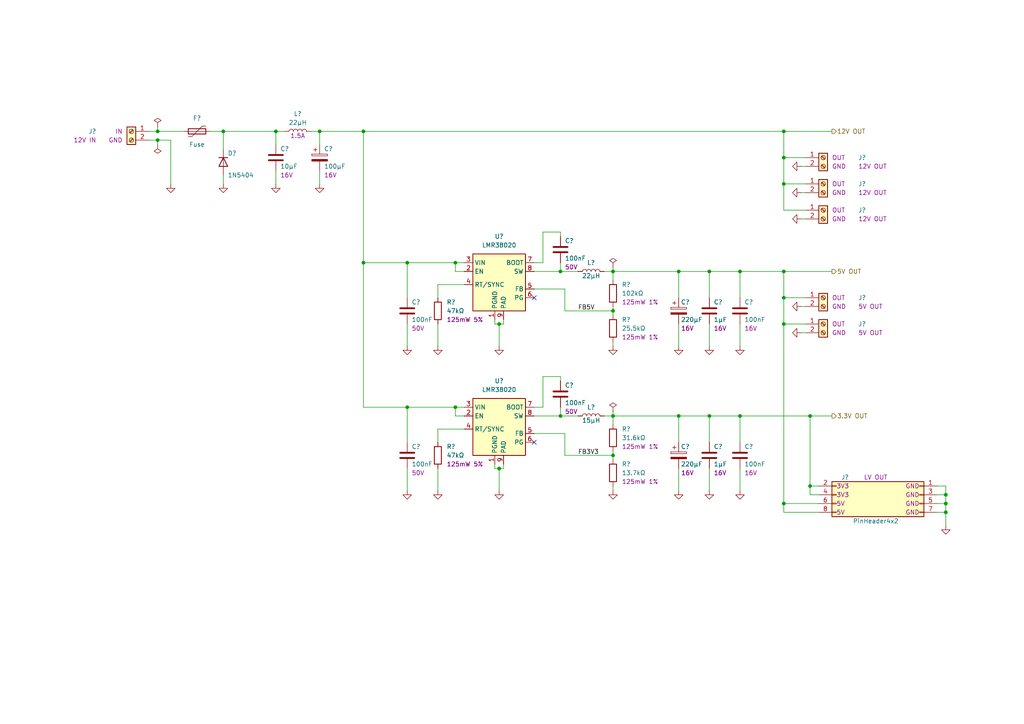
<source format=kicad_sch>
(kicad_sch (version 20230121) (generator eeschema)
  (paper "A4")
  (lib_symbols
    (symbol "Device:C" (pin_numbers hide) (pin_names (offset 0.254))
      (property "Reference" "C" (at 0.635 2.54 0))
      (property "Value" "C" (at 0.635 -2.54 0))
      (symbol "C_0_1"
        (polyline (pts (xy -2.032 -0.762) (xy 2.032 -0.762)) (stroke (width 0.508)))
        (polyline (pts (xy -2.032 0.762) (xy 2.032 0.762)) (stroke (width 0.508)))
      )
      (symbol "C_1_1"
        (pin passive line (at 0 3.81 270) (length 2.794) (name "~") (number "1"))
        (pin passive line (at 0 -3.81 90) (length 2.794) (name "~") (number "2"))
      )
    )
    (symbol "Device:C_Polarized" (pin_numbers hide) (pin_names (offset 0.254))
      (property "Reference" "C" (at 0.635 2.54 0))
      (property "Value" "C_Polarized" (at 0.635 -2.54 0))
      (symbol "C_Polarized_0_1"
        (rectangle (start -2.286 0.508) (end 2.286 1.016))
        (polyline (pts (xy -1.778 2.286) (xy -0.762 2.286)))
        (polyline (pts (xy -1.27 2.794) (xy -1.27 1.778)))
        (rectangle (start 2.286 -0.508) (end -2.286 -1.016) (fill (type outline)))
      )
      (symbol "C_Polarized_1_1"
        (pin passive line (at 0 3.81 270) (length 2.794) (name "~") (number "1"))
        (pin passive line (at 0 -3.81 90) (length 2.794) (name "~") (number "2"))
      )
    )
    (symbol "Device:L" (pin_numbers hide) (pin_names (offset 1.016) hide)
      (property "Reference" "L" (at -1.27 0 90))
      (property "Value" "L" (at 1.905 0 90))
      (symbol "L_0_1"
        (arc (start 0 -2.54) (mid 0.6323 -1.905) (end 0 -1.27))
        (arc (start 0 -1.27) (mid 0.6323 -0.635) (end 0 0))
        (arc (start 0 0) (mid 0.6323 0.635) (end 0 1.27))
        (arc (start 0 1.27) (mid 0.6323 1.905) (end 0 2.54))
      )
      (symbol "L_1_1"
        (pin passive line (at 0 3.81 270) (length 1.27) (name "1") (number "1"))
        (pin passive line (at 0 -3.81 90) (length 1.27) (name "2") (number "2"))
      )
    )
    (symbol "Device:Polyfuse" (pin_numbers hide) (pin_names (offset 0))
      (property "Reference" "F" (at -2.54 0 90))
      (property "Value" "Polyfuse" (at 2.54 0 90))
      (symbol "Polyfuse_0_1"
        (rectangle (start -0.762 2.54) (end 0.762 -2.54) (stroke (width 0.254)))
        (polyline (pts (xy 0 2.54) (xy 0 -2.54)))
        (polyline (pts (xy -1.524 2.54) (xy -1.524 1.524) (xy 1.524 -1.524) (xy 1.524 -2.54)))
      )
      (symbol "Polyfuse_1_1"
        (pin passive line (at 0 3.81 270) (length 1.27) (name "~") (number "1"))
        (pin passive line (at 0 -3.81 90) (length 1.27) (name "~") (number "2"))
      )
    )
    (symbol "Device:R" (pin_numbers hide) (pin_names (offset 0))
      (property "Reference" "R" (at 2.032 0 90))
      (property "Value" "R" (at 0 0 90))
      (symbol "R_0_1"
        (rectangle (start -1.016 -2.54) (end 1.016 2.54) (stroke (width 0.254)))
      )
      (symbol "R_1_1"
        (pin passive line (at 0 3.81 270) (length 1.27) (name "~") (number "1"))
        (pin passive line (at 0 -3.81 90) (length 1.27) (name "~") (number "2"))
      )
    )
    (symbol "Diode:1N5404" (pin_numbers hide) (pin_names hide)
      (property "Reference" "D" (at 0 2.54 0))
      (property "Value" "1N5404" (at 0 -2.54 0))
      (symbol "1N5404_0_1"
        (polyline (pts (xy -1.27 1.27) (xy -1.27 -1.27)) (stroke (width 0.254)))
        (polyline (pts (xy 1.27 0) (xy -1.27 0)))
        (polyline (pts (xy 1.27 1.27) (xy 1.27 -1.27) (xy -1.27 0) (xy 1.27 1.27)) (stroke (width 0.254)))
      )
      (symbol "1N5404_1_1"
        (pin passive line (at -3.81 0 0) (length 2.54) (name "K") (number "1"))
        (pin passive line (at 3.81 0 180) (length 2.54) (name "A") (number "2"))
      )
    )
    (symbol "conn:Conn_02x04_Odd_Even" (pin_names (offset 1.016) hide)
      (property "Reference" "J" (at -11.43 5.08 0))
      (property "Value" "Conn_02x04_Odd_Even" (at 1.27 -7.62 0))
      (property "Purpose Pin1" "PIN1" (at -12.7 2.54 0))
      (property "Purpose Pin2" "PIN2" (at 11.43 2.54 0))
      (property "Purpose Pin3" "PIN3" (at -12.7 0 0))
      (property "Purpose Pin4" "PIN4" (at 11.43 0 0))
      (property "Purpose Pin5" "PIN5" (at -12.7 -2.54 0))
      (property "Purpose Pin6" "PIN6" (at 11.43 -2.54 0))
      (property "Purpose Pin7" "PIN7" (at -12.7 -5.08 0))
      (property "Purpose Pin8" "PIN8" (at 11.43 -5.08 0))
      (property "Purpose" "Header" (at 0 5.08 0))
      (symbol "Conn_02x04_Odd_Even_1_1"
        (rectangle (start -13.97 -4.953) (end -12.7 -5.207) (stroke (width 0.1524)))
        (rectangle (start -13.97 -2.413) (end -12.7 -2.667) (stroke (width 0.1524)))
        (rectangle (start -13.97 0.127) (end -12.7 -0.127) (stroke (width 0.1524)))
        (rectangle (start -13.97 2.667) (end -12.7 2.413) (stroke (width 0.1524)))
        (rectangle (start -13.97 3.81) (end 12.7 -6.35) (stroke (width 0.254)) (fill (type background)))
        (rectangle (start 12.7 -4.953) (end 11.43 -5.207) (stroke (width 0.1524)))
        (rectangle (start 12.7 -2.413) (end 11.43 -2.667) (stroke (width 0.1524)))
        (rectangle (start 12.7 0.127) (end 11.43 -0.127) (stroke (width 0.1524)))
        (rectangle (start 12.7 2.667) (end 11.43 2.413) (stroke (width 0.1524)))
        (pin passive line (at -17.78 2.54 0) (length 3.81) (name "Pin_1") (number "1"))
        (pin passive line (at 16.51 2.54 180) (length 3.81) (name "Pin_2") (number "2"))
        (pin passive line (at -17.78 0 0) (length 3.81) (name "Pin_3") (number "3"))
        (pin passive line (at 16.51 0 180) (length 3.81) (name "Pin_4") (number "4"))
        (pin passive line (at -17.78 -2.54 0) (length 3.81) (name "Pin_5") (number "5"))
        (pin passive line (at 16.51 -2.54 180) (length 3.81) (name "Pin_6") (number "6"))
        (pin passive line (at -17.78 -5.08 0) (length 3.81) (name "Pin_7") (number "7"))
        (pin passive line (at 16.51 -5.08 180) (length 3.81) (name "Pin_8") (number "8"))
      )
    )
    (symbol "conn:Screw_Terminal_01x02" (pin_names (offset 1.016) hide)
      (property "Reference" "J" (at 10.16 0 0))
      (property "Purpose Pin1" "T1" (at 2.54 0 0))
      (property "Purpose Pin2" "T2" (at 2.54 -2.54 0))
      (property "Purpose" "Terminal" (at 10.16 -2.54 0))
      (symbol "Screw_Terminal_01x02_1_1"
        (rectangle (start -1.27 1.27) (end 1.27 -3.81) (stroke (width 0.254)) (fill (type background)))
        (circle (center 0 -2.54) (radius 0.635) (stroke (width 0.1524)))
        (polyline (pts (xy -0.5334 -2.2098) (xy 0.3302 -3.048)) (stroke (width 0.1524)))
        (polyline (pts (xy -0.5334 0.3302) (xy 0.3302 -0.508)) (stroke (width 0.1524)))
        (polyline (pts (xy -0.3556 -2.032) (xy 0.508 -2.8702)) (stroke (width 0.1524)))
        (polyline (pts (xy -0.3556 0.508) (xy 0.508 -0.3302)) (stroke (width 0.1524)))
        (circle (center 0 0) (radius 0.635) (stroke (width 0.1524)))
        (pin passive line (at -5.08 0 0) (length 3.81) (name "Pin_1") (number "1"))
        (pin passive line (at -5.08 -2.54 0) (length 3.81) (name "Pin_2") (number "2"))
      )
    )
    (symbol "power:GND" (power) (pin_names (offset 0))
      (property "Value" "GND" (at 0 -3.81 0))
      (symbol "GND_0_1"
        (polyline (pts (xy 0 0) (xy 0 -1.27) (xy 1.27 -1.27) (xy 0 -2.54) (xy -1.27 -1.27) (xy 0 -1.27)))
      )
      (symbol "GND_1_1"
        (pin power_in line (at 0 0 270) (length 0) hide (name "GND") (number "1"))
      )
    )
    (symbol "power:PWR_FLAG" (power) (pin_numbers hide) (pin_names (offset 0) hide)
      (property "Value" "PWR_FLAG" (at 0 3.81 0))
      (symbol "PWR_FLAG_0_0"
        (pin power_out line (at 0 0 90) (length 0) (name "pwr") (number "1"))
      )
      (symbol "PWR_FLAG_0_1"
        (polyline (pts (xy 0 0) (xy 0 1.27) (xy -1.016 1.905) (xy 0 2.54) (xy 1.016 1.905) (xy 0 1.27)))
      )
    )
    (symbol "power_custom:LMR38020"
      (property "Reference" "U" (at 0 11.43 0))
      (property "Value" "LMR38020" (at 0 8.89 0))
      (symbol "LMR38020_0_1"
        (rectangle (start -7.62 7.62) (end 7.62 -8.89) (stroke (width 0.254)) (fill (type background)))
      )
      (symbol "LMR38020_1_1"
        (pin power_in line (at -1.27 -11.43 90) (length 2.54) (name "PGND") (number "1"))
        (pin input line (at -10.16 2.54 0) (length 2.54) (name "EN") (number "2"))
        (pin power_in line (at -10.16 5.08 0) (length 2.54) (name "VIN") (number "3"))
        (pin input line (at -10.16 -1.27 0) (length 2.54) (name "RT/SYNC") (number "4"))
        (pin input line (at 10.16 -2.54 180) (length 2.54) (name "FB") (number "5"))
        (pin open_collector line (at 10.16 -5.08 180) (length 2.54) (name "PG") (number "6"))
        (pin input line (at 10.16 5.08 180) (length 2.54) (name "BOOT") (number "7"))
        (pin output line (at 10.16 2.54 180) (length 2.54) (name "SW") (number "8"))
        (pin power_in line (at 1.27 -11.43 90) (length 2.54) (name "PAD") (number "9"))
      )
    )
  )
  (junction (at 205.74 120.65))
  (junction (at 45.72 38.1))
  (junction (at 205.74 78.74))
  (junction (at 227.33 146.05))
  (junction (at 118.11 76.2))
  (junction (at 105.41 76.2))
  (junction (at 227.33 78.74))
  (junction (at 92.71 38.1))
  (junction (at 214.63 78.74))
  (junction (at 274.32 143.51))
  (junction (at 144.78 93.98))
  (junction (at 162.56 78.74))
  (junction (at 227.33 38.1))
  (junction (at 274.32 148.59))
  (junction (at 214.63 120.65))
  (junction (at 234.95 140.97))
  (junction (at 227.33 53.34))
  (junction (at 162.56 120.65))
  (junction (at 196.85 120.65))
  (junction (at 227.33 93.98))
  (junction (at 118.11 118.11))
  (junction (at 132.08 118.11))
  (junction (at 177.8 78.74))
  (junction (at 177.8 132.08))
  (junction (at 227.33 86.36))
  (junction (at 144.78 135.89))
  (junction (at 274.32 146.05))
  (junction (at 227.33 45.72))
  (junction (at 234.95 120.65))
  (junction (at 64.77 38.1))
  (junction (at 105.41 38.1))
  (junction (at 80.01 38.1))
  (junction (at 45.72 40.64))
  (junction (at 177.8 90.17))
  (junction (at 177.8 120.65))
  (junction (at 196.85 78.74))
  (junction (at 132.08 76.2))
  (no_connect (at 154.94 86.36))
  (no_connect (at 154.94 128.27))
  (wire (pts (xy 177.8 130.81) (xy 177.8 132.08)))
  (wire (pts (xy 154.94 76.2) (xy 157.48 76.2)))
  (wire (pts (xy 274.32 143.51) (xy 274.32 146.05)))
  (wire (pts (xy 227.33 93.98) (xy 233.68 93.98)))
  (wire (pts (xy 154.94 120.65) (xy 162.56 120.65)))
  (wire (pts (xy 205.74 93.98) (xy 205.74 100.33)))
  (wire (pts (xy 205.74 120.65) (xy 205.74 128.27)))
  (wire (pts (xy 177.8 90.17) (xy 177.8 91.44)))
  (wire (pts (xy 232.41 63.5) (xy 233.68 63.5)))
  (wire (pts (xy 105.41 38.1) (xy 227.33 38.1)))
  (wire (pts (xy 132.08 118.11) (xy 134.62 118.11)))
  (wire (pts (xy 162.56 78.74) (xy 167.64 78.74)))
  (wire (pts (xy 227.33 86.36) (xy 233.68 86.36)))
  (wire (pts (xy 157.48 67.31) (xy 162.56 67.31)))
  (wire (pts (xy 49.53 53.34) (xy 49.53 40.64)))
  (wire (pts (xy 132.08 76.2) (xy 134.62 76.2)))
  (wire (pts (xy 118.11 135.89) (xy 118.11 142.24)))
  (wire (pts (xy 118.11 86.36) (xy 118.11 76.2)))
  (wire (pts (xy 177.8 120.65) (xy 196.85 120.65)))
  (wire (pts (xy 118.11 118.11) (xy 132.08 118.11)))
  (wire (pts (xy 205.74 135.89) (xy 205.74 142.24)))
  (wire (pts (xy 92.71 49.53) (xy 92.71 53.34)))
  (wire (pts (xy 177.8 140.97) (xy 177.8 142.24)))
  (wire (pts (xy 143.51 92.71) (xy 143.51 93.98)))
  (wire (pts (xy 146.05 93.98) (xy 146.05 92.71)))
  (wire (pts (xy 162.56 118.11) (xy 162.56 120.65)))
  (wire (pts (xy 232.41 88.9) (xy 233.68 88.9)))
  (wire (pts (xy 45.72 36.83) (xy 45.72 38.1)))
  (wire (pts (xy 45.72 38.1) (xy 53.34 38.1)))
  (wire (pts (xy 134.62 78.74) (xy 132.08 78.74)))
  (wire (pts (xy 80.01 38.1) (xy 82.55 38.1)))
  (wire (pts (xy 132.08 78.74) (xy 132.08 76.2)))
  (wire (pts (xy 177.8 78.74) (xy 196.85 78.74)))
  (wire (pts (xy 64.77 38.1) (xy 80.01 38.1)))
  (wire (pts (xy 154.94 78.74) (xy 162.56 78.74)))
  (wire (pts (xy 227.33 45.72) (xy 227.33 38.1)))
  (wire (pts (xy 64.77 43.18) (xy 64.77 38.1)))
  (wire (pts (xy 232.41 55.88) (xy 233.68 55.88)))
  (wire (pts (xy 177.8 120.65) (xy 175.26 120.65)))
  (wire (pts (xy 154.94 118.11) (xy 157.48 118.11)))
  (wire (pts (xy 134.62 120.65) (xy 132.08 120.65)))
  (wire (pts (xy 80.01 49.53) (xy 80.01 53.34)))
  (wire (pts (xy 118.11 93.98) (xy 118.11 100.33)))
  (wire (pts (xy 127 124.46) (xy 127 128.27)))
  (wire (pts (xy 196.85 78.74) (xy 196.85 86.36)))
  (wire (pts (xy 274.32 148.59) (xy 274.32 152.4)))
  (wire (pts (xy 177.8 132.08) (xy 163.83 132.08)))
  (wire (pts (xy 163.83 83.82) (xy 154.94 83.82)))
  (wire (pts (xy 232.41 96.52) (xy 233.68 96.52)))
  (wire (pts (xy 205.74 78.74) (xy 205.74 86.36)))
  (wire (pts (xy 274.32 140.97) (xy 274.32 143.51)))
  (wire (pts (xy 227.33 146.05) (xy 227.33 93.98)))
  (wire (pts (xy 127 135.89) (xy 127 142.24)))
  (wire (pts (xy 64.77 50.8) (xy 64.77 53.34)))
  (wire (pts (xy 105.41 38.1) (xy 105.41 76.2)))
  (wire (pts (xy 227.33 38.1) (xy 241.3 38.1)))
  (wire (pts (xy 271.78 143.51) (xy 274.32 143.51)))
  (wire (pts (xy 118.11 76.2) (xy 132.08 76.2)))
  (wire (pts (xy 144.78 93.98) (xy 146.05 93.98)))
  (wire (pts (xy 92.71 38.1) (xy 90.17 38.1)))
  (wire (pts (xy 45.72 40.64) (xy 43.18 40.64)))
  (wire (pts (xy 144.78 135.89) (xy 144.78 142.24)))
  (wire (pts (xy 177.8 81.28) (xy 177.8 78.74)))
  (wire (pts (xy 162.56 67.31) (xy 162.56 68.58)))
  (wire (pts (xy 177.8 99.06) (xy 177.8 100.33)))
  (wire (pts (xy 196.85 135.89) (xy 196.85 142.24)))
  (wire (pts (xy 157.48 76.2) (xy 157.48 67.31)))
  (wire (pts (xy 196.85 93.98) (xy 196.85 100.33)))
  (wire (pts (xy 227.33 60.96) (xy 227.33 53.34)))
  (wire (pts (xy 237.49 143.51) (xy 234.95 143.51)))
  (wire (pts (xy 227.33 53.34) (xy 233.68 53.34)))
  (wire (pts (xy 227.33 86.36) (xy 227.33 78.74)))
  (wire (pts (xy 234.95 120.65) (xy 241.3 120.65)))
  (wire (pts (xy 163.83 125.73) (xy 154.94 125.73)))
  (wire (pts (xy 196.85 78.74) (xy 205.74 78.74)))
  (wire (pts (xy 146.05 135.89) (xy 146.05 134.62)))
  (wire (pts (xy 177.8 119.38) (xy 177.8 120.65)))
  (wire (pts (xy 105.41 76.2) (xy 105.41 118.11)))
  (wire (pts (xy 127 93.98) (xy 127 100.33)))
  (wire (pts (xy 227.33 146.05) (xy 237.49 146.05)))
  (wire (pts (xy 49.53 40.64) (xy 45.72 40.64)))
  (wire (pts (xy 274.32 146.05) (xy 274.32 148.59)))
  (wire (pts (xy 143.51 134.62) (xy 143.51 135.89)))
  (wire (pts (xy 227.33 45.72) (xy 233.68 45.72)))
  (wire (pts (xy 234.95 143.51) (xy 234.95 140.97)))
  (wire (pts (xy 271.78 146.05) (xy 274.32 146.05)))
  (wire (pts (xy 214.63 120.65) (xy 214.63 128.27)))
  (wire (pts (xy 214.63 78.74) (xy 227.33 78.74)))
  (wire (pts (xy 214.63 120.65) (xy 234.95 120.65)))
  (wire (pts (xy 127 82.55) (xy 127 86.36)))
  (wire (pts (xy 163.83 90.17) (xy 163.83 83.82)))
  (wire (pts (xy 157.48 109.22) (xy 162.56 109.22)))
  (wire (pts (xy 196.85 120.65) (xy 205.74 120.65)))
  (wire (pts (xy 214.63 78.74) (xy 214.63 86.36)))
  (wire (pts (xy 157.48 118.11) (xy 157.48 109.22)))
  (wire (pts (xy 214.63 135.89) (xy 214.63 142.24)))
  (wire (pts (xy 177.8 77.47) (xy 177.8 78.74)))
  (wire (pts (xy 177.8 132.08) (xy 177.8 133.35)))
  (wire (pts (xy 162.56 120.65) (xy 167.64 120.65)))
  (wire (pts (xy 227.33 60.96) (xy 233.68 60.96)))
  (wire (pts (xy 177.8 123.19) (xy 177.8 120.65)))
  (wire (pts (xy 143.51 93.98) (xy 144.78 93.98)))
  (wire (pts (xy 162.56 76.2) (xy 162.56 78.74)))
  (wire (pts (xy 132.08 120.65) (xy 132.08 118.11)))
  (wire (pts (xy 227.33 93.98) (xy 227.33 86.36)))
  (wire (pts (xy 227.33 78.74) (xy 241.3 78.74)))
  (wire (pts (xy 271.78 140.97) (xy 274.32 140.97)))
  (wire (pts (xy 92.71 38.1) (xy 105.41 38.1)))
  (wire (pts (xy 64.77 38.1) (xy 60.96 38.1)))
  (wire (pts (xy 92.71 41.91) (xy 92.71 38.1)))
  (wire (pts (xy 134.62 124.46) (xy 127 124.46)))
  (wire (pts (xy 177.8 90.17) (xy 163.83 90.17)))
  (wire (pts (xy 105.41 76.2) (xy 118.11 76.2)))
  (wire (pts (xy 134.62 82.55) (xy 127 82.55)))
  (wire (pts (xy 205.74 78.74) (xy 214.63 78.74)))
  (wire (pts (xy 237.49 148.59) (xy 227.33 148.59)))
  (wire (pts (xy 162.56 109.22) (xy 162.56 110.49)))
  (wire (pts (xy 118.11 118.11) (xy 105.41 118.11)))
  (wire (pts (xy 144.78 93.98) (xy 144.78 100.33)))
  (wire (pts (xy 177.8 78.74) (xy 175.26 78.74)))
  (wire (pts (xy 271.78 148.59) (xy 274.32 148.59)))
  (wire (pts (xy 205.74 120.65) (xy 214.63 120.65)))
  (wire (pts (xy 45.72 40.64) (xy 45.72 41.91)))
  (wire (pts (xy 234.95 140.97) (xy 234.95 120.65)))
  (wire (pts (xy 237.49 140.97) (xy 234.95 140.97)))
  (wire (pts (xy 177.8 88.9) (xy 177.8 90.17)))
  (wire (pts (xy 163.83 132.08) (xy 163.83 125.73)))
  (wire (pts (xy 118.11 128.27) (xy 118.11 118.11)))
  (wire (pts (xy 143.51 135.89) (xy 144.78 135.89)))
  (wire (pts (xy 43.18 38.1) (xy 45.72 38.1)))
  (wire (pts (xy 144.78 135.89) (xy 146.05 135.89)))
  (wire (pts (xy 232.41 48.26) (xy 233.68 48.26)))
  (wire (pts (xy 227.33 53.34) (xy 227.33 45.72)))
  (wire (pts (xy 214.63 93.98) (xy 214.63 100.33)))
  (wire (pts (xy 80.01 38.1) (xy 80.01 41.91)))
  (wire (pts (xy 196.85 120.65) (xy 196.85 128.27)))
  (wire (pts (xy 227.33 148.59) (xy 227.33 146.05)))
  (label "FB5V" (at 167.64 90.17 0))
  (label "FB3V3" (at 167.64 132.08 0))
  (hierarchical_label "3.3V OUT" (shape output) (at 241.3 120.65 0))
  (hierarchical_label "5V OUT" (shape output) (at 241.3 78.74 0))
  (hierarchical_label "12V OUT" (shape output) (at 241.3 38.1 0))
  (symbol (lib_id "power:GND") (at 144.78 142.24 0) (unit 1)
    (property "Reference" "#PWR073" (effects hide))
    (property "Value" "GND" (effects hide))
  )
  (symbol (lib_id "conn:Screw_Terminal_01x02") (at 238.76 86.36 0) (unit 1)
    (property "Reference" "J?" (at 248.92 86.36 0) (effects (justify left)))
    (property "Value" "Screw_Terminal_01x02" (effects hide))
    (property "Footprint" "conn:TerminalBlock_4Ucon_1x02_P3.50mm_Vertical" (effects hide))
    (property "Purpose" "5V OUT" (at 248.92 88.9 0) (effects (justify left)))
    (property "Purpose Pin1" "OUT" (at 241.3 86.36 0) (effects (justify left)))
    (property "Purpose Pin2" "GND" (at 241.3 88.9 0) (effects (justify left)))
  )
  (symbol (lib_id "Diode:1N5404") (at 64.77 46.99 270) (unit 1)
    (property "Reference" "D?" (at 66.04 44.45 90) (effects (justify left)))
    (property "Value" "1N5404" (at 66.04 50.8 90) (effects (justify left)))
    (property "Footprint" "Diode_THT:D_DO-201AD_P15.24mm_Horizontal" (effects hide))
    (property "Datasheet" "http://www.vishay.com/docs/88516/1n5400.pdf" (effects hide))
    (property "Sim.Device" "D" (effects hide))
    (property "Sim.Pins" "1=K 2=A" (effects hide))
    (property "Shop" "https://store.comet.bg/Catalogue/Product/48658/" (effects hide))
  )
  (symbol (lib_id "Device:C") (at 214.63 132.08 0) (unit 1)
    (property "Reference" "C?" (at 215.9 129.54 0) (effects (justify left)))
    (property "Value" "100nF" (at 215.9 134.62 0) (effects (justify left)))
    (property "Footprint" "Capacitor_SMD:C_0805_2012Metric" (effects hide))
    (property "Info" "16V" (at 215.9 137.16 0) (effects (justify left)))
    (property "Shop" "https://store.comet.bg/Catalogue/Product/16789/" (effects hide))
  )
  (symbol (lib_id "power:GND") (at 64.77 53.34 0) (unit 1)
    (property "Reference" "#PWR026" (effects hide))
    (property "Value" "GND" (effects hide))
  )
  (symbol (lib_id "conn:Screw_Terminal_01x02") (at 238.76 93.98 0) (unit 1)
    (property "Reference" "J?" (at 248.92 93.98 0) (effects (justify left)))
    (property "Value" "Screw_Terminal_01x02" (effects hide))
    (property "Footprint" "conn:TerminalBlock_4Ucon_1x02_P3.50mm_Vertical" (effects hide))
    (property "Purpose" "5V OUT" (at 248.92 96.52 0) (effects (justify left)))
    (property "Purpose Pin1" "OUT" (at 241.3 93.98 0) (effects (justify left)))
    (property "Purpose Pin2" "GND" (at 241.3 96.52 0) (effects (justify left)))
  )
  (symbol (lib_id "power:PWR_FLAG") (at 177.8 119.38 0) (unit 1)
    (property "Reference" "#FLG04" (effects hide))
    (property "Value" "PWR_FLAG" (effects hide))
  )
  (symbol (lib_id "power:GND") (at 214.63 142.24 0) (unit 1)
    (property "Reference" "#PWR081" (effects hide))
    (property "Value" "GND" (effects hide))
  )
  (symbol (lib_id "power:GND") (at 144.78 100.33 0) (unit 1)
    (property "Reference" "#PWR072" (effects hide))
    (property "Value" "GND" (effects hide))
  )
  (symbol (lib_id "power:PWR_FLAG") (at 177.8 77.47 0) (unit 1)
    (property "Reference" "#FLG03" (effects hide))
    (property "Value" "PWR_FLAG" (effects hide))
  )
  (symbol (lib_id "Device:C") (at 205.74 132.08 0) (unit 1)
    (property "Reference" "C?" (at 207.01 129.54 0) (effects (justify left)))
    (property "Value" "1μF" (at 207.01 134.62 0) (effects (justify left)))
    (property "Footprint" "Capacitor_SMD:C_0805_2012Metric" (effects hide))
    (property "Info" "16V" (at 207.01 137.16 0) (effects (justify left)))
    (property "Shop" "https://store.comet.bg/Catalogue/Product/16789/" (effects hide))
  )
  (symbol (lib_id "Device:C_Polarized") (at 92.71 45.72 0) (unit 1)
    (property "Reference" "C?" (at 93.98 43.18 0) (effects (justify left)))
    (property "Value" "100μF" (at 93.98 48.26 0) (effects (justify left)))
    (property "Footprint" "Capacitor_SMD:CP_Elec_6.3x5.4" (effects hide))
    (property "Shop" "https://store.comet.bg/Catalogue/Product/29563/" (effects hide))
    (property "Info" "16V" (at 93.98 50.8 0) (effects (justify left)))
  )
  (symbol (lib_id "Device:C") (at 118.11 132.08 0) (unit 1)
    (property "Reference" "C?" (at 119.38 129.54 0) (effects (justify left)))
    (property "Value" "100nF" (at 119.38 134.62 0) (effects (justify left)))
    (property "Footprint" "Capacitor_SMD:C_0805_2012Metric" (effects hide))
    (property "Info" "50V" (at 119.38 137.16 0) (effects (justify left)))
    (property "Shop" "https://store.comet.bg/Catalogue/Product/24725/" (effects hide))
  )
  (symbol (lib_id "Device:R") (at 177.8 127 180) (unit 1)
    (property "Reference" "R?" (at 180.34 124.46 0) (effects (justify right)))
    (property "Value" "31.6kΩ" (at 180.34 127 0) (effects (justify right)))
    (property "Footprint" "Resistor_SMD:R_0805_2012Metric" (effects hide))
    (property "Shop" "https://eu.mouser.com/ProductDetail/Bourns/CR1206-FX-3162ELF?qs=sGAEpiMZZMvdGkrng054t%252BRNGJdg958R4Syzj%252BoTzfo%3D" (effects hide))
    (property "Info" "125mW 1%" (at 180.34 129.54 0) (effects (justify right)))
  )
  (symbol (lib_id "power:GND") (at 232.41 55.88 270) (unit 1)
    (property "Reference" "#PWR086" (effects hide))
    (property "Value" "GND" (effects hide))
  )
  (symbol (lib_id "power:GND") (at 80.01 53.34 0) (unit 1)
    (property "Reference" "#PWR029" (effects hide))
    (property "Value" "GND" (effects hide))
  )
  (symbol (lib_id "power:GND") (at 232.41 96.52 270) (unit 1)
    (property "Reference" "#PWR089" (effects hide))
    (property "Value" "GND" (effects hide))
  )
  (symbol (lib_id "Device:L") (at 86.36 38.1 90) (unit 1)
    (property "Reference" "L?" (at 86.36 33.02 90))
    (property "Value" "22μH" (at 86.36 35.56 90))
    (property "Footprint" "Inductor_SMD:L_Sunlord_SWPA6045S" (effects hide))
    (property "Shop" "https://store.comet.bg/Catalogue/Product/49991/" (effects hide))
    (property "Info" "1.5A" (at 86.36 39.37 90))
  )
  (symbol (lib_id "power:GND") (at 205.74 100.33 0) (unit 1)
    (property "Reference" "#PWR078" (effects hide))
    (property "Value" "GND" (effects hide))
  )
  (symbol (lib_id "power_custom:LMR38020") (at 144.78 123.19 0) (unit 1)
    (property "Reference" "U?" (at 144.78 110.49 0))
    (property "Value" "LMR38020" (at 144.78 113.03 0))
    (property "Footprint" "ics:Texas_R-PDSO-G8_EP2.95x4.9mm_Mask2.4x3.1mm_ThermalVias" (effects hide))
    (property "Datasheet" "https://www.ti.com/lit/ds/symlink/lmr38020-q1.pdf" (effects hide))
    (property "Shop" "https://www.mouser.bg/ProductDetail/Texas-Instruments/LMR38020FSDDAR?qs=Li%252BoUPsLEntEBCY4Tfvw5g%3D%3D" (effects hide))
  )
  (symbol (lib_id "power:GND") (at 177.8 142.24 0) (unit 1)
    (property "Reference" "#PWR075" (effects hide))
    (property "Value" "GND" (effects hide))
  )
  (symbol (lib_id "Device:Polyfuse") (at 57.15 38.1 90) (unit 1)
    (property "Reference" "F?" (at 57.15 34.29 90))
    (property "Value" "Fuse" (at 57.15 41.91 90))
    (property "Footprint" "conn:Fuseholder_Littelfuse_625_series_5x20mm" (effects hide))
    (property "Shop" "https://store.comet.bg/Catalogue/Product/25747/" (effects hide))
  )
  (symbol (lib_id "Device:C") (at 162.56 72.39 0) (unit 1)
    (property "Reference" "C?" (at 163.83 69.85 0) (effects (justify left)))
    (property "Value" "100nF" (at 163.83 74.93 0) (effects (justify left)))
    (property "Footprint" "Capacitor_SMD:C_0805_2012Metric" (effects hide))
    (property "Info" "50V" (at 163.83 77.47 0) (effects (justify left)))
    (property "Shop" "https://store.comet.bg/Catalogue/Product/24725/" (effects hide))
  )
  (symbol (lib_id "Device:C") (at 118.11 90.17 0) (unit 1)
    (property "Reference" "C?" (at 119.38 87.63 0) (effects (justify left)))
    (property "Value" "100nF" (at 119.38 92.71 0) (effects (justify left)))
    (property "Footprint" "Capacitor_SMD:C_0805_2012Metric" (effects hide))
    (property "Info" "50V" (at 119.38 95.25 0) (effects (justify left)))
    (property "Shop" "https://store.comet.bg/Catalogue/Product/24725/" (effects hide))
  )
  (symbol (lib_id "Device:C") (at 162.56 114.3 0) (unit 1)
    (property "Reference" "C?" (at 163.83 111.76 0) (effects (justify left)))
    (property "Value" "100nF" (at 163.83 116.84 0) (effects (justify left)))
    (property "Footprint" "Capacitor_SMD:C_0805_2012Metric" (effects hide))
    (property "Info" "50V" (at 163.83 119.38 0) (effects (justify left)))
    (property "Shop" "https://store.comet.bg/Catalogue/Product/24725/" (effects hide))
  )
  (symbol (lib_id "power_custom:LMR38020") (at 144.78 81.28 0) (unit 1)
    (property "Reference" "U?" (at 144.78 68.58 0))
    (property "Value" "LMR38020" (at 144.78 71.12 0))
    (property "Footprint" "ics:Texas_R-PDSO-G8_EP2.95x4.9mm_Mask2.4x3.1mm_ThermalVias" (effects hide))
    (property "Datasheet" "https://www.ti.com/lit/ds/symlink/lmr38020-q1.pdf" (effects hide))
    (property "Shop" "https://www.mouser.bg/ProductDetail/Texas-Instruments/LMR38020FSDDAR?qs=Li%252BoUPsLEntEBCY4Tfvw5g%3D%3D" (effects hide))
  )
  (symbol (lib_id "power:GND") (at 196.85 142.24 0) (unit 1)
    (property "Reference" "#PWR077" (effects hide))
    (property "Value" "GND" (effects hide))
  )
  (symbol (lib_id "power:GND") (at 232.41 63.5 270) (unit 1)
    (property "Reference" "#PWR087" (effects hide))
    (property "Value" "GND" (effects hide))
  )
  (symbol (lib_id "power:GND") (at 232.41 88.9 270) (unit 1)
    (property "Reference" "#PWR088" (effects hide))
    (property "Value" "GND" (effects hide))
  )
  (symbol (lib_id "power:GND") (at 205.74 142.24 0) (unit 1)
    (property "Reference" "#PWR079" (effects hide))
    (property "Value" "GND" (effects hide))
  )
  (symbol (lib_id "Device:C") (at 214.63 90.17 0) (unit 1)
    (property "Reference" "C?" (at 215.9 87.63 0) (effects (justify left)))
    (property "Value" "100nF" (at 215.9 92.71 0) (effects (justify left)))
    (property "Footprint" "Capacitor_SMD:C_0805_2012Metric" (effects hide))
    (property "Info" "16V" (at 215.9 95.25 0) (effects (justify left)))
    (property "Shop" "https://store.comet.bg/Catalogue/Product/16789/" (effects hide))
  )
  (symbol (lib_id "power:GND") (at 177.8 100.33 0) (unit 1)
    (property "Reference" "#PWR074" (effects hide))
    (property "Value" "GND" (effects hide))
  )
  (symbol (lib_id "power:PWR_FLAG") (at 45.72 36.83 0) (unit 1)
    (property "Reference" "#FLG01" (effects hide))
    (property "Value" "PWR_FLAG" (effects hide))
  )
  (symbol (lib_id "power:GND") (at 232.41 48.26 270) (unit 1)
    (property "Reference" "#PWR085" (effects hide))
    (property "Value" "GND" (effects hide))
  )
  (symbol (lib_id "conn:Screw_Terminal_01x02") (at 238.76 53.34 0) (unit 1)
    (property "Reference" "J?" (at 248.92 53.34 0) (effects (justify left)))
    (property "Value" "Screw_Terminal_01x02" (effects hide))
    (property "Footprint" "conn:TerminalBlock_4Ucon_1x02_P3.50mm_Vertical" (effects hide))
    (property "Purpose" "12V OUT" (at 248.92 55.88 0) (effects (justify left)))
    (property "Purpose Pin1" "OUT" (at 241.3 53.34 0) (effects (justify left)))
    (property "Purpose Pin2" "GND" (at 241.3 55.88 0) (effects (justify left)))
  )
  (symbol (lib_id "power:GND") (at 118.11 142.24 0) (unit 1)
    (property "Reference" "#PWR069" (effects hide))
    (property "Value" "GND" (effects hide))
  )
  (symbol (lib_id "Device:R") (at 177.8 95.25 180) (unit 1)
    (property "Reference" "R?" (at 180.34 92.71 0) (effects (justify right)))
    (property "Value" "25.5kΩ" (at 180.34 95.25 0) (effects (justify right)))
    (property "Footprint" "Resistor_SMD:R_0805_2012Metric" (effects hide))
    (property "Shop" "https://eu.mouser.com/ProductDetail/Bourns/CR0805-FX-2552ELF?qs=sGAEpiMZZMtlubZbdhIBILNunjV7M8c6QLlZb62msIE%3D" (effects hide))
    (property "Info" "125mW 1%" (at 180.34 97.79 0) (effects (justify right)))
  )
  (symbol (lib_id "Device:R") (at 177.8 137.16 180) (unit 1)
    (property "Reference" "R?" (at 180.34 134.62 0) (effects (justify right)))
    (property "Value" "13.7kΩ" (at 180.34 137.16 0) (effects (justify right)))
    (property "Footprint" "Resistor_SMD:R_0805_2012Metric" (effects hide))
    (property "Shop" "https://eu.mouser.com/ProductDetail/Bourns/CR0603-FX-1372ELF?qs=sGAEpiMZZMvdGkrng054t%2Fh5BnJxeWSz2MQjIqgi9jc%3D" (effects hide))
    (property "Info" "125mW 1%" (at 180.34 139.7 0) (effects (justify right)))
  )
  (symbol (lib_id "conn:Screw_Terminal_01x02") (at 38.1 38.1 0) (mirror y) (unit 1)
    (property "Reference" "J?" (at 27.94 38.1 0) (effects (justify left)))
    (property "Value" "Screw_Terminal_01x02" (effects hide))
    (property "Footprint" "conn:TerminalBlock_4Ucon_1x02_P3.50mm_Vertical" (effects hide))
    (property "Purpose" "12V IN" (at 27.94 40.64 0) (effects (justify left)))
    (property "Purpose Pin1" "IN" (at 35.56 38.1 0) (effects (justify left)))
    (property "Purpose Pin2" "GND" (at 35.56 40.64 0) (effects (justify left)))
  )
  (symbol (lib_id "Device:C_Polarized") (at 196.85 132.08 0) (unit 1)
    (property "Reference" "C?" (at 197.485 129.54 0) (effects (justify left)))
    (property "Value" "220μF" (at 197.485 134.62 0) (effects (justify left)))
    (property "Footprint" "Capacitor_THT:CP_Radial_D6.3mm_P2.50mm" (effects hide))
    (property "Shop" "https://store.comet.bg/Catalogue/Product/3791/" (effects hide))
    (property "Info" "16V" (at 199.39 137.16 0))
  )
  (symbol (lib_id "conn:Screw_Terminal_01x02") (at 238.76 45.72 0) (unit 1)
    (property "Reference" "J?" (at 248.92 45.72 0) (effects (justify left)))
    (property "Value" "Screw_Terminal_01x02" (effects hide))
    (property "Footprint" "conn:TerminalBlock_4Ucon_1x02_P3.50mm_Vertical" (effects hide))
    (property "Purpose" "12V OUT" (at 248.92 48.26 0) (effects (justify left)))
    (property "Purpose Pin1" "OUT" (at 241.3 45.72 0) (effects (justify left)))
    (property "Purpose Pin2" "GND" (at 241.3 48.26 0) (effects (justify left)))
  )
  (symbol (lib_id "conn:Conn_02x04_Odd_Even") (at 254 143.51 0) (mirror y) (unit 1)
    (property "Reference" "J?" (at 245.11 138.43 0))
    (property "Value" "PinHeader4x2" (at 254 151.13 0))
    (property "Footprint" "conn:PinHeader_2x04_P2.54mm_Vertical" (effects hide))
    (property "Purpose Pin1" "GND" (at 266.7 140.97 0) (effects (justify left)))
    (property "Purpose Pin2" "3V3" (at 242.57 140.97 0) (effects (justify right)))
    (property "Purpose Pin3" "GND" (at 266.7 143.51 0) (effects (justify left)))
    (property "Purpose Pin4" "3V3" (at 242.57 143.51 0) (effects (justify right)))
    (property "Purpose Pin5" "GND" (at 266.7 146.05 0) (effects (justify left)))
    (property "Purpose Pin6" "5V" (at 242.57 146.05 0) (effects (justify right)))
    (property "Purpose Pin7" "GND" (at 266.7 148.59 0) (effects (justify left)))
    (property "Purpose Pin8" "5V" (at 242.57 148.59 0) (effects (justify right)))
    (property "Purpose" "LV OUT" (at 254 138.43 0))
  )
  (symbol (lib_id "Device:C") (at 205.74 90.17 0) (unit 1)
    (property "Reference" "C?" (at 207.01 87.63 0) (effects (justify left)))
    (property "Value" "1μF" (at 207.01 92.71 0) (effects (justify left)))
    (property "Footprint" "Capacitor_SMD:C_0805_2012Metric" (effects hide))
    (property "Info" "16V" (at 207.01 95.25 0) (effects (justify left)))
    (property "Shop" "https://store.comet.bg/Catalogue/Product/16789/" (effects hide))
  )
  (symbol (lib_id "power:GND") (at 127 142.24 0) (unit 1)
    (property "Reference" "#PWR071" (effects hide))
    (property "Value" "GND" (effects hide))
  )
  (symbol (lib_id "Device:R") (at 127 90.17 180) (unit 1)
    (property "Reference" "R?" (at 129.54 87.63 0) (effects (justify right)))
    (property "Value" "47kΩ" (at 129.54 90.17 0) (effects (justify right)))
    (property "Footprint" "Resistor_SMD:R_0805_2012Metric" (effects hide))
    (property "Info" "125mW 5%" (at 129.54 92.71 0) (effects (justify right)))
    (property "Shop" "https://store.comet.bg/Catalogue/Product/29104/" (effects hide))
  )
  (symbol (lib_id "power:GND") (at 49.53 53.34 0) (unit 1)
    (property "Reference" "#PWR025" (effects hide))
    (property "Value" "GND" (effects hide))
  )
  (symbol (lib_id "power:GND") (at 214.63 100.33 0) (unit 1)
    (property "Reference" "#PWR080" (effects hide))
    (property "Value" "GND" (effects hide))
  )
  (symbol (lib_id "Device:R") (at 177.8 85.09 180) (unit 1)
    (property "Reference" "R?" (at 180.34 82.55 0) (effects (justify right)))
    (property "Value" "102kΩ" (at 180.34 85.09 0) (effects (justify right)))
    (property "Footprint" "Resistor_SMD:R_0805_2012Metric" (effects hide))
    (property "Shop" "https://eu.mouser.com/ProductDetail/Bourns/CR0805-FX-1023ELF?qs=sGAEpiMZZMtlubZbdhIBIN4pzcyTCT7wUcgeQVQhqZs%3D" (effects hide))
    (property "Info" "125mW 1%" (at 180.34 87.63 0) (effects (justify right)))
  )
  (symbol (lib_id "Device:R") (at 127 132.08 180) (unit 1)
    (property "Reference" "R?" (at 129.54 129.54 0) (effects (justify right)))
    (property "Value" "47kΩ" (at 129.54 132.08 0) (effects (justify right)))
    (property "Footprint" "Resistor_SMD:R_0805_2012Metric" (effects hide))
    (property "Info" "125mW 5%" (at 129.54 134.62 0) (effects (justify right)))
    (property "Shop" "https://store.comet.bg/Catalogue/Product/29104/" (effects hide))
  )
  (symbol (lib_id "power:GND") (at 127 100.33 0) (unit 1)
    (property "Reference" "#PWR070" (effects hide))
    (property "Value" "GND" (effects hide))
  )
  (symbol (lib_id "power:GND") (at 274.32 152.4 0) (unit 1)
    (property "Reference" "#PWR090" (effects hide))
    (property "Value" "GND" (effects hide))
  )
  (symbol (lib_id "Device:C_Polarized") (at 196.85 90.17 0) (unit 1)
    (property "Reference" "C?" (at 197.485 87.63 0) (effects (justify left)))
    (property "Value" "220μF" (at 197.485 92.71 0) (effects (justify left)))
    (property "Footprint" "Capacitor_THT:CP_Radial_D6.3mm_P2.50mm" (effects hide))
    (property "Shop" "https://store.comet.bg/Catalogue/Product/3791/" (effects hide))
    (property "Info" "16V" (at 199.39 95.25 0))
  )
  (symbol (lib_id "Device:L") (at 171.45 78.74 90) (unit 1)
    (property "Reference" "L?" (at 171.45 76.2 90))
    (property "Value" "22μH" (at 171.45 80.01 90))
    (property "Footprint" "Inductor_SMD:L_Bourns_SRN6045TA" (effects hide))
    (property "Shop" "https://eu.mouser.com/ProductDetail/Bourns/SRN6045TA-220M?qs=Vt59ZOdFuWZzZkmpiaSxRw%3D%3D" (effects hide))
    (property "Info" "1A" (effects hide))
  )
  (symbol (lib_id "Device:L") (at 171.45 120.65 90) (unit 1)
    (property "Reference" "L?" (at 171.45 118.11 90))
    (property "Value" "15μH" (at 171.45 121.92 90))
    (property "Footprint" "Inductor_SMD:L_Bourns_SRN6045TA" (effects hide))
    (property "Shop" "https://eu.mouser.com/ProductDetail/Bourns/SRN6045TA-150M?qs=Vt59ZOdFuWZ6Cpgfuuda%2Fg%3D%3D" (effects hide))
    (property "Info" "2A" (effects hide))
  )
  (symbol (lib_id "power:GND") (at 196.85 100.33 0) (unit 1)
    (property "Reference" "#PWR076" (effects hide))
    (property "Value" "GND" (effects hide))
  )
  (symbol (lib_id "power:GND") (at 92.71 53.34 0) (unit 1)
    (property "Reference" "#PWR030" (effects hide))
    (property "Value" "GND" (effects hide))
  )
  (symbol (lib_id "power:PWR_FLAG") (at 45.72 41.91 180) (unit 1)
    (property "Reference" "#FLG02" (effects hide))
    (property "Value" "PWR_FLAG" (effects hide))
  )
  (symbol (lib_id "conn:Screw_Terminal_01x02") (at 238.76 60.96 0) (unit 1)
    (property "Reference" "J?" (at 248.92 60.96 0) (effects (justify left)))
    (property "Value" "Screw_Terminal_01x02" (effects hide))
    (property "Footprint" "conn:TerminalBlock_4Ucon_1x02_P3.50mm_Vertical" (effects hide))
    (property "Purpose" "12V OUT" (at 248.92 63.5 0) (effects (justify left)))
    (property "Purpose Pin1" "OUT" (at 241.3 60.96 0) (effects (justify left)))
    (property "Purpose Pin2" "GND" (at 241.3 63.5 0) (effects (justify left)))
  )
  (symbol (lib_id "power:GND") (at 118.11 100.33 0) (unit 1)
    (property "Reference" "#PWR068" (effects hide))
    (property "Value" "GND" (effects hide))
  )
  (symbol (lib_id "Device:C") (at 80.01 45.72 0) (unit 1)
    (property "Reference" "C?" (at 81.28 43.18 0) (effects (justify left)))
    (property "Value" "10μF" (at 81.28 48.26 0) (effects (justify left)))
    (property "Footprint" "Capacitor_SMD:C_0805_2012Metric" (effects hide))
    (property "Info" "16V" (at 81.28 50.8 0) (effects (justify left)))
    (property "Shop" "https://store.comet.bg/Catalogue/Product/9549/" (effects hide))
  )
)
</source>
